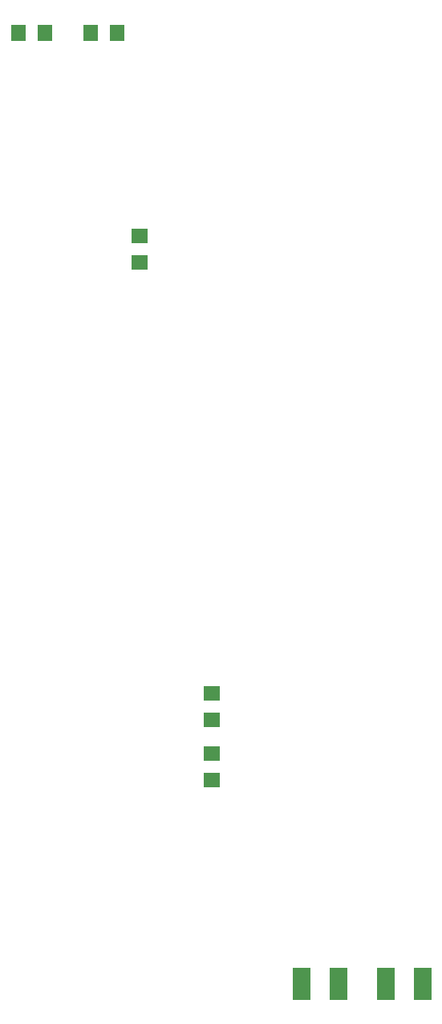
<source format=gbr>
G04 EAGLE Gerber RS-274X export*
G75*
%MOMM*%
%FSLAX34Y34*%
%LPD*%
%INSolderpaste Top*%
%IPPOS*%
%AMOC8*
5,1,8,0,0,1.08239X$1,22.5*%
G01*
%ADD10R,1.600000X1.800000*%
%ADD11R,1.800000X1.600000*%
%ADD12R,1.900000X3.400000*%


D10*
X293400Y1054100D03*
X265400Y1054100D03*
X217200Y1054100D03*
X189200Y1054100D03*
D11*
X317500Y811500D03*
X317500Y839500D03*
X393700Y328900D03*
X393700Y356900D03*
X393700Y293400D03*
X393700Y265400D03*
D12*
X577400Y50800D03*
X616400Y50800D03*
X527500Y50800D03*
X488500Y50800D03*
M02*

</source>
